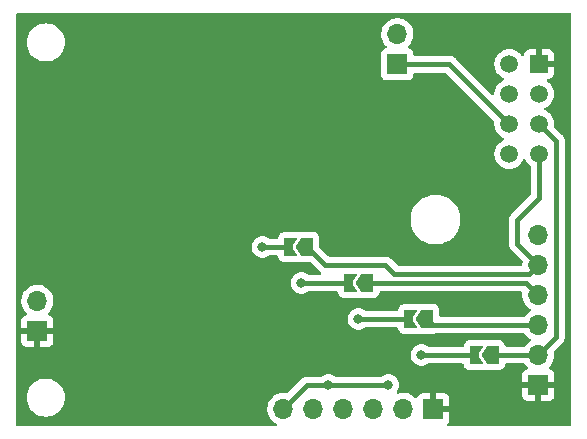
<source format=gbl>
%TF.GenerationSoftware,KiCad,Pcbnew,6.0.11*%
%TF.CreationDate,2024-08-04T21:37:39+01:00*%
%TF.ProjectId,ESPboard,45535062-6f61-4726-942e-6b696361645f,rev?*%
%TF.SameCoordinates,PX87a6900PY5d04800*%
%TF.FileFunction,Copper,L2,Bot*%
%TF.FilePolarity,Positive*%
%FSLAX46Y46*%
G04 Gerber Fmt 4.6, Leading zero omitted, Abs format (unit mm)*
G04 Created by KiCad (PCBNEW 6.0.11) date 2024-08-04 21:37:39*
%MOMM*%
%LPD*%
G01*
G04 APERTURE LIST*
G04 Aperture macros list*
%AMFreePoly0*
4,1,6,1.000000,0.000000,0.500000,-0.750000,-0.500000,-0.750000,-0.500000,0.750000,0.500000,0.750000,1.000000,0.000000,1.000000,0.000000,$1*%
%AMFreePoly1*
4,1,6,0.500000,-0.750000,-0.650000,-0.750000,-0.150000,0.000000,-0.650000,0.750000,0.500000,0.750000,0.500000,-0.750000,0.500000,-0.750000,$1*%
G04 Aperture macros list end*
%TA.AperFunction,ComponentPad*%
%ADD10R,1.500000X1.500000*%
%TD*%
%TA.AperFunction,ComponentPad*%
%ADD11C,1.500000*%
%TD*%
%TA.AperFunction,ComponentPad*%
%ADD12R,1.700000X1.700000*%
%TD*%
%TA.AperFunction,ComponentPad*%
%ADD13O,1.700000X1.700000*%
%TD*%
%TA.AperFunction,SMDPad,CuDef*%
%ADD14FreePoly0,180.000000*%
%TD*%
%TA.AperFunction,SMDPad,CuDef*%
%ADD15FreePoly1,180.000000*%
%TD*%
%TA.AperFunction,ViaPad*%
%ADD16C,0.800000*%
%TD*%
%TA.AperFunction,Conductor*%
%ADD17C,0.400000*%
%TD*%
G04 APERTURE END LIST*
D10*
X44776000Y-4826000D03*
D11*
X44776000Y-7366000D03*
X44776000Y-9906000D03*
X44776000Y-12446000D03*
X42236000Y-4826000D03*
X42236000Y-7366000D03*
X42236000Y-9906000D03*
X42236000Y-12446000D03*
D12*
X32766000Y-4844000D03*
D13*
X32766000Y-2304000D03*
D12*
X2286000Y-27432000D03*
D13*
X2286000Y-24892000D03*
D12*
X44704000Y-32004000D03*
D13*
X44704000Y-29464000D03*
X44704000Y-26924000D03*
X44704000Y-24384000D03*
X44704000Y-21844000D03*
X44704000Y-19304000D03*
D12*
X35814000Y-34036000D03*
D13*
X33274000Y-34036000D03*
X30734000Y-34036000D03*
X28194000Y-34036000D03*
X25654000Y-34036000D03*
X23114000Y-34036000D03*
D14*
X40857000Y-29464000D03*
D15*
X39407000Y-29464000D03*
D14*
X30226000Y-23368000D03*
D15*
X28776000Y-23368000D03*
D14*
X25146000Y-20320000D03*
D15*
X23696000Y-20320000D03*
D14*
X35306000Y-26416000D03*
D15*
X33856000Y-26416000D03*
D16*
X29972000Y-9906000D03*
X7112000Y-3302000D03*
X16510000Y-19939500D03*
X26924000Y-32004000D03*
X32004000Y-32004000D03*
X24638000Y-23368000D03*
X29464000Y-26416000D03*
X21336000Y-20320000D03*
X34798000Y-29464000D03*
D17*
X32766000Y-4844000D02*
X37174000Y-4844000D01*
X37174000Y-4844000D02*
X42236000Y-9906000D01*
X32004000Y-32004000D02*
X26924000Y-32004000D01*
X26924000Y-32004000D02*
X25146000Y-32004000D01*
X25146000Y-32004000D02*
X23114000Y-34036000D01*
X44704000Y-29464000D02*
X40857000Y-29464000D01*
X46228000Y-11358000D02*
X46228000Y-27940000D01*
X44776000Y-9906000D02*
X46228000Y-11358000D01*
X46228000Y-27940000D02*
X44704000Y-29464000D01*
X35814000Y-26924000D02*
X35306000Y-26416000D01*
X44704000Y-26924000D02*
X35814000Y-26924000D01*
X43688000Y-23368000D02*
X44704000Y-24384000D01*
X30226000Y-23368000D02*
X43688000Y-23368000D01*
X42926000Y-20066000D02*
X42926000Y-19050000D01*
X44704000Y-21844000D02*
X42926000Y-20066000D01*
X43942000Y-22606000D02*
X44704000Y-21844000D01*
X31750000Y-21844000D02*
X26670000Y-21844000D01*
X44776000Y-12446000D02*
X44776000Y-16184000D01*
X26670000Y-21844000D02*
X25146000Y-20320000D01*
X44776000Y-16184000D02*
X42926000Y-18034000D01*
X42926000Y-18034000D02*
X42926000Y-19050000D01*
X31750000Y-21844000D02*
X32512000Y-22606000D01*
X32512000Y-22606000D02*
X43942000Y-22606000D01*
X28776000Y-23368000D02*
X24638000Y-23368000D01*
X29464000Y-26416000D02*
X33856000Y-26416000D01*
X23696000Y-20320000D02*
X21336000Y-20320000D01*
X39407000Y-29464000D02*
X34798000Y-29464000D01*
%TA.AperFunction,Conductor*%
G36*
X47433621Y-528502D02*
G01*
X47480114Y-582158D01*
X47491500Y-634500D01*
X47491500Y-35365500D01*
X47471498Y-35433621D01*
X47417842Y-35480114D01*
X47365500Y-35491500D01*
X37081427Y-35491500D01*
X37013306Y-35471498D01*
X36966813Y-35417842D01*
X36956709Y-35347568D01*
X36986203Y-35282988D01*
X37005862Y-35264674D01*
X37019724Y-35254285D01*
X37032285Y-35241724D01*
X37108786Y-35139649D01*
X37117324Y-35124054D01*
X37162478Y-35003606D01*
X37166105Y-34988351D01*
X37171631Y-34937486D01*
X37172000Y-34930672D01*
X37172000Y-34308115D01*
X37167525Y-34292876D01*
X37166135Y-34291671D01*
X37158452Y-34290000D01*
X35686000Y-34290000D01*
X35617879Y-34269998D01*
X35571386Y-34216342D01*
X35560000Y-34164000D01*
X35560000Y-33763885D01*
X36068000Y-33763885D01*
X36072475Y-33779124D01*
X36073865Y-33780329D01*
X36081548Y-33782000D01*
X37153884Y-33782000D01*
X37169123Y-33777525D01*
X37170328Y-33776135D01*
X37171999Y-33768452D01*
X37171999Y-33141331D01*
X37171629Y-33134510D01*
X37166105Y-33083648D01*
X37162479Y-33068396D01*
X37117324Y-32947946D01*
X37108786Y-32932351D01*
X37083543Y-32898669D01*
X43346001Y-32898669D01*
X43346371Y-32905490D01*
X43351895Y-32956352D01*
X43355521Y-32971604D01*
X43400676Y-33092054D01*
X43409214Y-33107649D01*
X43485715Y-33209724D01*
X43498276Y-33222285D01*
X43600351Y-33298786D01*
X43615946Y-33307324D01*
X43736394Y-33352478D01*
X43751649Y-33356105D01*
X43802514Y-33361631D01*
X43809328Y-33362000D01*
X44431885Y-33362000D01*
X44447124Y-33357525D01*
X44448329Y-33356135D01*
X44450000Y-33348452D01*
X44450000Y-33343884D01*
X44958000Y-33343884D01*
X44962475Y-33359123D01*
X44963865Y-33360328D01*
X44971548Y-33361999D01*
X45598669Y-33361999D01*
X45605490Y-33361629D01*
X45656352Y-33356105D01*
X45671604Y-33352479D01*
X45792054Y-33307324D01*
X45807649Y-33298786D01*
X45909724Y-33222285D01*
X45922285Y-33209724D01*
X45998786Y-33107649D01*
X46007324Y-33092054D01*
X46052478Y-32971606D01*
X46056105Y-32956351D01*
X46061631Y-32905486D01*
X46062000Y-32898672D01*
X46062000Y-32276115D01*
X46057525Y-32260876D01*
X46056135Y-32259671D01*
X46048452Y-32258000D01*
X44976115Y-32258000D01*
X44960876Y-32262475D01*
X44959671Y-32263865D01*
X44958000Y-32271548D01*
X44958000Y-33343884D01*
X44450000Y-33343884D01*
X44450000Y-32276115D01*
X44445525Y-32260876D01*
X44444135Y-32259671D01*
X44436452Y-32258000D01*
X43364116Y-32258000D01*
X43348877Y-32262475D01*
X43347672Y-32263865D01*
X43346001Y-32271548D01*
X43346001Y-32898669D01*
X37083543Y-32898669D01*
X37032285Y-32830276D01*
X37019724Y-32817715D01*
X36917649Y-32741214D01*
X36902054Y-32732676D01*
X36781606Y-32687522D01*
X36766351Y-32683895D01*
X36715486Y-32678369D01*
X36708672Y-32678000D01*
X36086115Y-32678000D01*
X36070876Y-32682475D01*
X36069671Y-32683865D01*
X36068000Y-32691548D01*
X36068000Y-33763885D01*
X35560000Y-33763885D01*
X35560000Y-32696116D01*
X35555525Y-32680877D01*
X35554135Y-32679672D01*
X35546452Y-32678001D01*
X34919331Y-32678001D01*
X34912510Y-32678371D01*
X34861648Y-32683895D01*
X34846396Y-32687521D01*
X34725946Y-32732676D01*
X34710351Y-32741214D01*
X34608276Y-32817715D01*
X34595715Y-32830276D01*
X34519214Y-32932351D01*
X34510676Y-32947946D01*
X34469297Y-33058322D01*
X34426655Y-33115087D01*
X34360093Y-33139786D01*
X34290744Y-33124578D01*
X34258121Y-33098891D01*
X34207151Y-33042876D01*
X34207145Y-33042870D01*
X34203670Y-33039051D01*
X34199619Y-33035852D01*
X34199615Y-33035848D01*
X34032414Y-32903800D01*
X34032410Y-32903798D01*
X34028359Y-32900598D01*
X33990077Y-32879465D01*
X33883317Y-32820531D01*
X33832789Y-32792638D01*
X33827920Y-32790914D01*
X33827916Y-32790912D01*
X33627087Y-32719795D01*
X33627083Y-32719794D01*
X33622212Y-32718069D01*
X33617119Y-32717162D01*
X33617116Y-32717161D01*
X33407373Y-32679800D01*
X33407367Y-32679799D01*
X33402284Y-32678894D01*
X33328452Y-32677992D01*
X33184081Y-32676228D01*
X33184079Y-32676228D01*
X33178911Y-32676165D01*
X32958091Y-32709955D01*
X32943488Y-32714728D01*
X32883609Y-32734299D01*
X32812645Y-32736450D01*
X32751783Y-32699893D01*
X32720347Y-32636236D01*
X32728317Y-32565688D01*
X32740963Y-32543251D01*
X32743040Y-32540944D01*
X32838527Y-32375556D01*
X32897542Y-32193928D01*
X32917504Y-32004000D01*
X32897542Y-31814072D01*
X32838527Y-31632444D01*
X32743040Y-31467056D01*
X32736411Y-31459693D01*
X32619675Y-31330045D01*
X32619674Y-31330044D01*
X32615253Y-31325134D01*
X32460752Y-31212882D01*
X32454724Y-31210198D01*
X32454722Y-31210197D01*
X32292319Y-31137891D01*
X32292318Y-31137891D01*
X32286288Y-31135206D01*
X32192888Y-31115353D01*
X32105944Y-31096872D01*
X32105939Y-31096872D01*
X32099487Y-31095500D01*
X31908513Y-31095500D01*
X31902061Y-31096872D01*
X31902056Y-31096872D01*
X31815112Y-31115353D01*
X31721712Y-31135206D01*
X31715682Y-31137891D01*
X31715681Y-31137891D01*
X31553278Y-31210197D01*
X31553276Y-31210198D01*
X31547248Y-31212882D01*
X31541907Y-31216762D01*
X31541906Y-31216763D01*
X31466656Y-31271436D01*
X31399789Y-31295294D01*
X31392595Y-31295500D01*
X27535405Y-31295500D01*
X27467284Y-31275498D01*
X27461344Y-31271436D01*
X27386094Y-31216763D01*
X27386093Y-31216762D01*
X27380752Y-31212882D01*
X27374724Y-31210198D01*
X27374722Y-31210197D01*
X27212319Y-31137891D01*
X27212318Y-31137891D01*
X27206288Y-31135206D01*
X27112888Y-31115353D01*
X27025944Y-31096872D01*
X27025939Y-31096872D01*
X27019487Y-31095500D01*
X26828513Y-31095500D01*
X26822061Y-31096872D01*
X26822056Y-31096872D01*
X26735112Y-31115353D01*
X26641712Y-31135206D01*
X26635682Y-31137891D01*
X26635681Y-31137891D01*
X26473278Y-31210197D01*
X26473276Y-31210198D01*
X26467248Y-31212882D01*
X26461907Y-31216762D01*
X26461906Y-31216763D01*
X26386656Y-31271436D01*
X26319789Y-31295294D01*
X26312595Y-31295500D01*
X25174912Y-31295500D01*
X25166342Y-31295208D01*
X25116224Y-31291791D01*
X25116220Y-31291791D01*
X25108648Y-31291275D01*
X25101171Y-31292580D01*
X25101170Y-31292580D01*
X25074692Y-31297201D01*
X25045697Y-31302262D01*
X25039179Y-31303223D01*
X24975758Y-31310898D01*
X24968657Y-31313581D01*
X24966048Y-31314222D01*
X24949738Y-31318685D01*
X24947202Y-31319450D01*
X24939716Y-31320757D01*
X24932759Y-31323811D01*
X24881205Y-31346442D01*
X24875101Y-31348933D01*
X24815344Y-31371513D01*
X24809081Y-31375817D01*
X24806715Y-31377054D01*
X24791903Y-31385299D01*
X24789649Y-31386632D01*
X24782695Y-31389685D01*
X24731998Y-31428587D01*
X24726668Y-31432459D01*
X24680280Y-31464339D01*
X24680275Y-31464344D01*
X24674019Y-31468643D01*
X24668968Y-31474313D01*
X24668966Y-31474314D01*
X24632565Y-31515170D01*
X24627584Y-31520446D01*
X23481316Y-32666714D01*
X23419004Y-32700740D01*
X23370125Y-32701666D01*
X23247373Y-32679800D01*
X23247367Y-32679799D01*
X23242284Y-32678894D01*
X23168452Y-32677992D01*
X23024081Y-32676228D01*
X23024079Y-32676228D01*
X23018911Y-32676165D01*
X22798091Y-32709955D01*
X22585756Y-32779357D01*
X22555443Y-32795137D01*
X22393451Y-32879465D01*
X22387607Y-32882507D01*
X22383474Y-32885610D01*
X22383471Y-32885612D01*
X22268938Y-32971606D01*
X22208965Y-33016635D01*
X22054629Y-33178138D01*
X21928743Y-33362680D01*
X21834688Y-33565305D01*
X21774989Y-33780570D01*
X21751251Y-34002695D01*
X21751548Y-34007848D01*
X21751548Y-34007851D01*
X21753171Y-34036000D01*
X21764110Y-34225715D01*
X21765247Y-34230761D01*
X21765248Y-34230767D01*
X21782680Y-34308115D01*
X21813222Y-34443639D01*
X21897266Y-34650616D01*
X21948942Y-34734944D01*
X22011291Y-34836688D01*
X22013987Y-34841088D01*
X22160250Y-35009938D01*
X22332126Y-35152632D01*
X22419847Y-35203892D01*
X22510238Y-35256712D01*
X22558962Y-35308351D01*
X22572033Y-35378134D01*
X22545302Y-35443905D01*
X22487255Y-35484784D01*
X22446668Y-35491500D01*
X634500Y-35491500D01*
X566379Y-35471498D01*
X519886Y-35417842D01*
X508500Y-35365500D01*
X508500Y-33068000D01*
X1386526Y-33068000D01*
X1406391Y-33320403D01*
X1407545Y-33325210D01*
X1407546Y-33325216D01*
X1423541Y-33391840D01*
X1465495Y-33566591D01*
X1467388Y-33571162D01*
X1467389Y-33571164D01*
X1556256Y-33785707D01*
X1562384Y-33800502D01*
X1694672Y-34016376D01*
X1859102Y-34208898D01*
X2051624Y-34373328D01*
X2267498Y-34505616D01*
X2272068Y-34507509D01*
X2272072Y-34507511D01*
X2496836Y-34600611D01*
X2501409Y-34602505D01*
X2586032Y-34622821D01*
X2742784Y-34660454D01*
X2742790Y-34660455D01*
X2747597Y-34661609D01*
X2847416Y-34669465D01*
X2934345Y-34676307D01*
X2934352Y-34676307D01*
X2936801Y-34676500D01*
X3063199Y-34676500D01*
X3065648Y-34676307D01*
X3065655Y-34676307D01*
X3152584Y-34669465D01*
X3252403Y-34661609D01*
X3257210Y-34660455D01*
X3257216Y-34660454D01*
X3413968Y-34622821D01*
X3498591Y-34602505D01*
X3503164Y-34600611D01*
X3727928Y-34507511D01*
X3727932Y-34507509D01*
X3732502Y-34505616D01*
X3948376Y-34373328D01*
X4140898Y-34208898D01*
X4305328Y-34016376D01*
X4437616Y-33800502D01*
X4443745Y-33785707D01*
X4532611Y-33571164D01*
X4532612Y-33571162D01*
X4534505Y-33566591D01*
X4576459Y-33391840D01*
X4592454Y-33325216D01*
X4592455Y-33325210D01*
X4593609Y-33320403D01*
X4613474Y-33068000D01*
X4593609Y-32815597D01*
X4591916Y-32808542D01*
X4535660Y-32574221D01*
X4534505Y-32569409D01*
X4532611Y-32564836D01*
X4439511Y-32340072D01*
X4439509Y-32340068D01*
X4437616Y-32335498D01*
X4305328Y-32119624D01*
X4140898Y-31927102D01*
X3948376Y-31762672D01*
X3732502Y-31630384D01*
X3727932Y-31628491D01*
X3727928Y-31628489D01*
X3503164Y-31535389D01*
X3503162Y-31535388D01*
X3498591Y-31533495D01*
X3413968Y-31513179D01*
X3257216Y-31475546D01*
X3257210Y-31475545D01*
X3252403Y-31474391D01*
X3152584Y-31466535D01*
X3065655Y-31459693D01*
X3065648Y-31459693D01*
X3063199Y-31459500D01*
X2936801Y-31459500D01*
X2934352Y-31459693D01*
X2934345Y-31459693D01*
X2847416Y-31466535D01*
X2747597Y-31474391D01*
X2742790Y-31475545D01*
X2742784Y-31475546D01*
X2586032Y-31513179D01*
X2501409Y-31533495D01*
X2496838Y-31535388D01*
X2496836Y-31535389D01*
X2272072Y-31628489D01*
X2272068Y-31628491D01*
X2267498Y-31630384D01*
X2051624Y-31762672D01*
X1859102Y-31927102D01*
X1694672Y-32119624D01*
X1562384Y-32335498D01*
X1560491Y-32340068D01*
X1560489Y-32340072D01*
X1467389Y-32564836D01*
X1465495Y-32569409D01*
X1464340Y-32574221D01*
X1408085Y-32808542D01*
X1406391Y-32815597D01*
X1386526Y-33068000D01*
X508500Y-33068000D01*
X508500Y-28326669D01*
X928001Y-28326669D01*
X928371Y-28333490D01*
X933895Y-28384352D01*
X937521Y-28399604D01*
X982676Y-28520054D01*
X991214Y-28535649D01*
X1067715Y-28637724D01*
X1080276Y-28650285D01*
X1182351Y-28726786D01*
X1197946Y-28735324D01*
X1318394Y-28780478D01*
X1333649Y-28784105D01*
X1384514Y-28789631D01*
X1391328Y-28790000D01*
X2013885Y-28790000D01*
X2029124Y-28785525D01*
X2030329Y-28784135D01*
X2032000Y-28776452D01*
X2032000Y-28771884D01*
X2540000Y-28771884D01*
X2544475Y-28787123D01*
X2545865Y-28788328D01*
X2553548Y-28789999D01*
X3180669Y-28789999D01*
X3187490Y-28789629D01*
X3238352Y-28784105D01*
X3253604Y-28780479D01*
X3374054Y-28735324D01*
X3389649Y-28726786D01*
X3491724Y-28650285D01*
X3504285Y-28637724D01*
X3580786Y-28535649D01*
X3589324Y-28520054D01*
X3634478Y-28399606D01*
X3638105Y-28384351D01*
X3643631Y-28333486D01*
X3644000Y-28326672D01*
X3644000Y-27704115D01*
X3639525Y-27688876D01*
X3638135Y-27687671D01*
X3630452Y-27686000D01*
X2558115Y-27686000D01*
X2542876Y-27690475D01*
X2541671Y-27691865D01*
X2540000Y-27699548D01*
X2540000Y-28771884D01*
X2032000Y-28771884D01*
X2032000Y-27704115D01*
X2027525Y-27688876D01*
X2026135Y-27687671D01*
X2018452Y-27686000D01*
X946116Y-27686000D01*
X930877Y-27690475D01*
X929672Y-27691865D01*
X928001Y-27699548D01*
X928001Y-28326669D01*
X508500Y-28326669D01*
X508500Y-24858695D01*
X923251Y-24858695D01*
X923548Y-24863848D01*
X923548Y-24863851D01*
X935812Y-25076547D01*
X936110Y-25081715D01*
X937247Y-25086761D01*
X937248Y-25086767D01*
X959392Y-25185023D01*
X985222Y-25299639D01*
X1069266Y-25506616D01*
X1071965Y-25511020D01*
X1165719Y-25664013D01*
X1185987Y-25697088D01*
X1332250Y-25865938D01*
X1336225Y-25869238D01*
X1336231Y-25869244D01*
X1341425Y-25873556D01*
X1381059Y-25932460D01*
X1382555Y-26003441D01*
X1345439Y-26063962D01*
X1305168Y-26088480D01*
X1197946Y-26128676D01*
X1182351Y-26137214D01*
X1080276Y-26213715D01*
X1067715Y-26226276D01*
X991214Y-26328351D01*
X982676Y-26343946D01*
X937522Y-26464394D01*
X933895Y-26479649D01*
X928369Y-26530514D01*
X928000Y-26537328D01*
X928000Y-27159885D01*
X932475Y-27175124D01*
X933865Y-27176329D01*
X941548Y-27178000D01*
X3625884Y-27178000D01*
X3641123Y-27173525D01*
X3642328Y-27172135D01*
X3643999Y-27164452D01*
X3643999Y-26537331D01*
X3643629Y-26530510D01*
X3638105Y-26479648D01*
X3634479Y-26464396D01*
X3589324Y-26343946D01*
X3580786Y-26328351D01*
X3504285Y-26226276D01*
X3491724Y-26213715D01*
X3389649Y-26137214D01*
X3374054Y-26128676D01*
X3263813Y-26087348D01*
X3207049Y-26044706D01*
X3182349Y-25978145D01*
X3197557Y-25908796D01*
X3219104Y-25880115D01*
X3320430Y-25779144D01*
X3320440Y-25779132D01*
X3324096Y-25775489D01*
X3383594Y-25692689D01*
X3451435Y-25598277D01*
X3454453Y-25594077D01*
X3473818Y-25554896D01*
X3551136Y-25398453D01*
X3551137Y-25398451D01*
X3553430Y-25393811D01*
X3602038Y-25233824D01*
X3616865Y-25185023D01*
X3616865Y-25185021D01*
X3618370Y-25180069D01*
X3647529Y-24958590D01*
X3649156Y-24892000D01*
X3630852Y-24669361D01*
X3576431Y-24452702D01*
X3487354Y-24247840D01*
X3379811Y-24081604D01*
X3368822Y-24064617D01*
X3368820Y-24064614D01*
X3366014Y-24060277D01*
X3215670Y-23895051D01*
X3211619Y-23891852D01*
X3211615Y-23891848D01*
X3044414Y-23759800D01*
X3044410Y-23759798D01*
X3040359Y-23756598D01*
X2844789Y-23648638D01*
X2839920Y-23646914D01*
X2839916Y-23646912D01*
X2639087Y-23575795D01*
X2639083Y-23575794D01*
X2634212Y-23574069D01*
X2629119Y-23573162D01*
X2629116Y-23573161D01*
X2419373Y-23535800D01*
X2419367Y-23535799D01*
X2414284Y-23534894D01*
X2340452Y-23533992D01*
X2196081Y-23532228D01*
X2196079Y-23532228D01*
X2190911Y-23532165D01*
X1970091Y-23565955D01*
X1757756Y-23635357D01*
X1559607Y-23738507D01*
X1555474Y-23741610D01*
X1555471Y-23741612D01*
X1531247Y-23759800D01*
X1380965Y-23872635D01*
X1226629Y-24034138D01*
X1223715Y-24038410D01*
X1223714Y-24038411D01*
X1197591Y-24076706D01*
X1100743Y-24218680D01*
X1085003Y-24252590D01*
X1037071Y-24355851D01*
X1006688Y-24421305D01*
X946989Y-24636570D01*
X923251Y-24858695D01*
X508500Y-24858695D01*
X508500Y-20320000D01*
X20422496Y-20320000D01*
X20423186Y-20326565D01*
X20439312Y-20479991D01*
X20442458Y-20509928D01*
X20501473Y-20691556D01*
X20596960Y-20856944D01*
X20724747Y-20998866D01*
X20765535Y-21028500D01*
X20866916Y-21102158D01*
X20879248Y-21111118D01*
X20885276Y-21113802D01*
X20885278Y-21113803D01*
X21047681Y-21186109D01*
X21053712Y-21188794D01*
X21147113Y-21208647D01*
X21234056Y-21227128D01*
X21234061Y-21227128D01*
X21240513Y-21228500D01*
X21431487Y-21228500D01*
X21437939Y-21227128D01*
X21437944Y-21227128D01*
X21524887Y-21208647D01*
X21618288Y-21188794D01*
X21624319Y-21186109D01*
X21786722Y-21113803D01*
X21786724Y-21113802D01*
X21792752Y-21111118D01*
X21805085Y-21102158D01*
X21873344Y-21052564D01*
X21940211Y-21028706D01*
X21947405Y-21028500D01*
X22562254Y-21028500D01*
X22630375Y-21048502D01*
X22676868Y-21102158D01*
X22686252Y-21132127D01*
X22687018Y-21136372D01*
X22687500Y-21143111D01*
X22728696Y-21283411D01*
X22748107Y-21313615D01*
X22802878Y-21398841D01*
X22802880Y-21398844D01*
X22807750Y-21406421D01*
X22814560Y-21412322D01*
X22911445Y-21496274D01*
X22911448Y-21496276D01*
X22918257Y-21502176D01*
X23051266Y-21562919D01*
X23060189Y-21564202D01*
X23076100Y-21566490D01*
X23196000Y-21583729D01*
X24346000Y-21583729D01*
X24348514Y-21583528D01*
X24420647Y-21577760D01*
X24420650Y-21577759D01*
X24427645Y-21577200D01*
X24434343Y-21575110D01*
X24434345Y-21575110D01*
X24454981Y-21568672D01*
X24510438Y-21564238D01*
X24568214Y-21572545D01*
X24646000Y-21583729D01*
X25355568Y-21583729D01*
X25423689Y-21603731D01*
X25444663Y-21620634D01*
X26148557Y-22324528D01*
X26154411Y-22330793D01*
X26192439Y-22374385D01*
X26244729Y-22411136D01*
X26249995Y-22415047D01*
X26274608Y-22434346D01*
X26315873Y-22492119D01*
X26319353Y-22563031D01*
X26283942Y-22624566D01*
X26220884Y-22657189D01*
X26196862Y-22659500D01*
X25249405Y-22659500D01*
X25181284Y-22639498D01*
X25175344Y-22635436D01*
X25100094Y-22580763D01*
X25100093Y-22580762D01*
X25094752Y-22576882D01*
X25088724Y-22574198D01*
X25088722Y-22574197D01*
X24926319Y-22501891D01*
X24926318Y-22501891D01*
X24920288Y-22499206D01*
X24826888Y-22479353D01*
X24739944Y-22460872D01*
X24739939Y-22460872D01*
X24733487Y-22459500D01*
X24542513Y-22459500D01*
X24536061Y-22460872D01*
X24536056Y-22460872D01*
X24449112Y-22479353D01*
X24355712Y-22499206D01*
X24349682Y-22501891D01*
X24349681Y-22501891D01*
X24187278Y-22574197D01*
X24187276Y-22574198D01*
X24181248Y-22576882D01*
X24026747Y-22689134D01*
X23898960Y-22831056D01*
X23803473Y-22996444D01*
X23744458Y-23178072D01*
X23743768Y-23184633D01*
X23743768Y-23184635D01*
X23731970Y-23296885D01*
X23724496Y-23368000D01*
X23725186Y-23374565D01*
X23741833Y-23532948D01*
X23744458Y-23557928D01*
X23803473Y-23739556D01*
X23806776Y-23745278D01*
X23806777Y-23745279D01*
X23813312Y-23756598D01*
X23898960Y-23904944D01*
X24026747Y-24046866D01*
X24039948Y-24056457D01*
X24168916Y-24150158D01*
X24181248Y-24159118D01*
X24187276Y-24161802D01*
X24187278Y-24161803D01*
X24305416Y-24214401D01*
X24355712Y-24236794D01*
X24449113Y-24256647D01*
X24536056Y-24275128D01*
X24536061Y-24275128D01*
X24542513Y-24276500D01*
X24733487Y-24276500D01*
X24739939Y-24275128D01*
X24739944Y-24275128D01*
X24826887Y-24256647D01*
X24920288Y-24236794D01*
X24970584Y-24214401D01*
X25088722Y-24161803D01*
X25088724Y-24161802D01*
X25094752Y-24159118D01*
X25107085Y-24150158D01*
X25175344Y-24100564D01*
X25242211Y-24076706D01*
X25249405Y-24076500D01*
X27642254Y-24076500D01*
X27710375Y-24096502D01*
X27756868Y-24150158D01*
X27766252Y-24180127D01*
X27767018Y-24184372D01*
X27767500Y-24191111D01*
X27808696Y-24331411D01*
X27821089Y-24350695D01*
X27882878Y-24446841D01*
X27882880Y-24446844D01*
X27887750Y-24454421D01*
X27894560Y-24460322D01*
X27991445Y-24544274D01*
X27991448Y-24544276D01*
X27998257Y-24550176D01*
X28131266Y-24610919D01*
X28140189Y-24612202D01*
X28156100Y-24614490D01*
X28276000Y-24631729D01*
X29426000Y-24631729D01*
X29428514Y-24631528D01*
X29500647Y-24625760D01*
X29500650Y-24625759D01*
X29507645Y-24625200D01*
X29514343Y-24623110D01*
X29514345Y-24623110D01*
X29534981Y-24616672D01*
X29590438Y-24612238D01*
X29648214Y-24620545D01*
X29726000Y-24631729D01*
X30726000Y-24631729D01*
X30757986Y-24629441D01*
X30792373Y-24626982D01*
X30792374Y-24626982D01*
X30799111Y-24626500D01*
X30878618Y-24603155D01*
X30930765Y-24587843D01*
X30930767Y-24587842D01*
X30939411Y-24585304D01*
X31003255Y-24544274D01*
X31054841Y-24511122D01*
X31054844Y-24511120D01*
X31062421Y-24506250D01*
X31112935Y-24447954D01*
X31152274Y-24402555D01*
X31152276Y-24402552D01*
X31158176Y-24395743D01*
X31218919Y-24262734D01*
X31220378Y-24252590D01*
X31230158Y-24184568D01*
X31259651Y-24119987D01*
X31319377Y-24081604D01*
X31354875Y-24076500D01*
X43230370Y-24076500D01*
X43298491Y-24096502D01*
X43344984Y-24150158D01*
X43355657Y-24215889D01*
X43352243Y-24247840D01*
X43341251Y-24350695D01*
X43341548Y-24355848D01*
X43341548Y-24355851D01*
X43347232Y-24454421D01*
X43354110Y-24573715D01*
X43355247Y-24578761D01*
X43355248Y-24578767D01*
X43367139Y-24631528D01*
X43403222Y-24791639D01*
X43464673Y-24942976D01*
X43472361Y-24961908D01*
X43487266Y-24998616D01*
X43489965Y-25003020D01*
X43595317Y-25174939D01*
X43603987Y-25189088D01*
X43750250Y-25357938D01*
X43922126Y-25500632D01*
X43939903Y-25511020D01*
X43995445Y-25543476D01*
X44044169Y-25595114D01*
X44057240Y-25664897D01*
X44030509Y-25730669D01*
X43990055Y-25764027D01*
X43977607Y-25770507D01*
X43973474Y-25773610D01*
X43973471Y-25773612D01*
X43825417Y-25884774D01*
X43798965Y-25904635D01*
X43644629Y-26066138D01*
X43641715Y-26070410D01*
X43641714Y-26070411D01*
X43580257Y-26160504D01*
X43525346Y-26205507D01*
X43476169Y-26215500D01*
X36445729Y-26215500D01*
X36377608Y-26195498D01*
X36331115Y-26141842D01*
X36319729Y-26089500D01*
X36319729Y-25666000D01*
X36314500Y-25592889D01*
X36286440Y-25497327D01*
X36275843Y-25461235D01*
X36275842Y-25461233D01*
X36273304Y-25452589D01*
X36231960Y-25388257D01*
X36199122Y-25337159D01*
X36199120Y-25337156D01*
X36194250Y-25329579D01*
X36165221Y-25304425D01*
X36090555Y-25239726D01*
X36090552Y-25239724D01*
X36083743Y-25233824D01*
X35950734Y-25173081D01*
X35806000Y-25152271D01*
X34806000Y-25152271D01*
X34804036Y-25152395D01*
X34804032Y-25152395D01*
X34747920Y-25155934D01*
X34747916Y-25155935D01*
X34741443Y-25156343D01*
X34695768Y-25168925D01*
X34644376Y-25172167D01*
X34506000Y-25152271D01*
X33356000Y-25152271D01*
X33347024Y-25152913D01*
X33289627Y-25157018D01*
X33289626Y-25157018D01*
X33282889Y-25157500D01*
X33212300Y-25178227D01*
X33151235Y-25196157D01*
X33151233Y-25196158D01*
X33142589Y-25198696D01*
X33135010Y-25203567D01*
X33027159Y-25272878D01*
X33027156Y-25272880D01*
X33019579Y-25277750D01*
X33013678Y-25284560D01*
X32929726Y-25381445D01*
X32929724Y-25381448D01*
X32923824Y-25388257D01*
X32863081Y-25521266D01*
X32861798Y-25530189D01*
X32851842Y-25599432D01*
X32822349Y-25664013D01*
X32762623Y-25702396D01*
X32727125Y-25707500D01*
X30075405Y-25707500D01*
X30007284Y-25687498D01*
X30001344Y-25683436D01*
X29926094Y-25628763D01*
X29926093Y-25628762D01*
X29920752Y-25624882D01*
X29914724Y-25622198D01*
X29914722Y-25622197D01*
X29752319Y-25549891D01*
X29752318Y-25549891D01*
X29746288Y-25547206D01*
X29624251Y-25521266D01*
X29565944Y-25508872D01*
X29565939Y-25508872D01*
X29559487Y-25507500D01*
X29368513Y-25507500D01*
X29362061Y-25508872D01*
X29362056Y-25508872D01*
X29303749Y-25521266D01*
X29181712Y-25547206D01*
X29175682Y-25549891D01*
X29175681Y-25549891D01*
X29013278Y-25622197D01*
X29013276Y-25622198D01*
X29007248Y-25624882D01*
X29001907Y-25628762D01*
X29001906Y-25628763D01*
X28964697Y-25655797D01*
X28852747Y-25737134D01*
X28724960Y-25879056D01*
X28629473Y-26044444D01*
X28570458Y-26226072D01*
X28569768Y-26232633D01*
X28569768Y-26232635D01*
X28559708Y-26328351D01*
X28550496Y-26416000D01*
X28570458Y-26605928D01*
X28629473Y-26787556D01*
X28724960Y-26952944D01*
X28852747Y-27094866D01*
X28893535Y-27124500D01*
X28994916Y-27198158D01*
X29007248Y-27207118D01*
X29013276Y-27209802D01*
X29013278Y-27209803D01*
X29175681Y-27282109D01*
X29181712Y-27284794D01*
X29275112Y-27304647D01*
X29362056Y-27323128D01*
X29362061Y-27323128D01*
X29368513Y-27324500D01*
X29559487Y-27324500D01*
X29565939Y-27323128D01*
X29565944Y-27323128D01*
X29652888Y-27304647D01*
X29746288Y-27284794D01*
X29752319Y-27282109D01*
X29914722Y-27209803D01*
X29914724Y-27209802D01*
X29920752Y-27207118D01*
X29933085Y-27198158D01*
X30001344Y-27148564D01*
X30068211Y-27124706D01*
X30075405Y-27124500D01*
X32722254Y-27124500D01*
X32790375Y-27144502D01*
X32836868Y-27198158D01*
X32846252Y-27228127D01*
X32847018Y-27232372D01*
X32847500Y-27239111D01*
X32888696Y-27379411D01*
X32893567Y-27386990D01*
X32962878Y-27494841D01*
X32962880Y-27494844D01*
X32967750Y-27502421D01*
X32974560Y-27508322D01*
X33071445Y-27592274D01*
X33071448Y-27592276D01*
X33078257Y-27598176D01*
X33211266Y-27658919D01*
X33220189Y-27660202D01*
X33236100Y-27662490D01*
X33356000Y-27679729D01*
X34506000Y-27679729D01*
X34508514Y-27679528D01*
X34580647Y-27673760D01*
X34580650Y-27673759D01*
X34587645Y-27673200D01*
X34594343Y-27671110D01*
X34594345Y-27671110D01*
X34614981Y-27664672D01*
X34670438Y-27660238D01*
X34728214Y-27668545D01*
X34806000Y-27679729D01*
X35806000Y-27679729D01*
X35837986Y-27677441D01*
X35872373Y-27674982D01*
X35872374Y-27674982D01*
X35879111Y-27674500D01*
X36004766Y-27637604D01*
X36040265Y-27632500D01*
X43474234Y-27632500D01*
X43542355Y-27652502D01*
X43581667Y-27692665D01*
X43603987Y-27729088D01*
X43750250Y-27897938D01*
X43922126Y-28040632D01*
X43934090Y-28047623D01*
X43995445Y-28083476D01*
X44044169Y-28135114D01*
X44057240Y-28204897D01*
X44030509Y-28270669D01*
X43990055Y-28304027D01*
X43977607Y-28310507D01*
X43973474Y-28313610D01*
X43973471Y-28313612D01*
X43819196Y-28429445D01*
X43798965Y-28444635D01*
X43644629Y-28606138D01*
X43641715Y-28610410D01*
X43641714Y-28610411D01*
X43580257Y-28700504D01*
X43525346Y-28745507D01*
X43476169Y-28755500D01*
X41990746Y-28755500D01*
X41922625Y-28735498D01*
X41876132Y-28681842D01*
X41866748Y-28651873D01*
X41865982Y-28647628D01*
X41865500Y-28640889D01*
X41834599Y-28535649D01*
X41826843Y-28509235D01*
X41826842Y-28509233D01*
X41824304Y-28500589D01*
X41790747Y-28448373D01*
X41750122Y-28385159D01*
X41750120Y-28385156D01*
X41745250Y-28377579D01*
X41731079Y-28365300D01*
X41641555Y-28287726D01*
X41641552Y-28287724D01*
X41634743Y-28281824D01*
X41624752Y-28277261D01*
X41557823Y-28246696D01*
X41501734Y-28221081D01*
X41357000Y-28200271D01*
X40357000Y-28200271D01*
X40355036Y-28200395D01*
X40355032Y-28200395D01*
X40298920Y-28203934D01*
X40298916Y-28203935D01*
X40292443Y-28204343D01*
X40246768Y-28216925D01*
X40195376Y-28220167D01*
X40057000Y-28200271D01*
X38907000Y-28200271D01*
X38898024Y-28200913D01*
X38840627Y-28205018D01*
X38840626Y-28205018D01*
X38833889Y-28205500D01*
X38763300Y-28226227D01*
X38702235Y-28244157D01*
X38702233Y-28244158D01*
X38693589Y-28246696D01*
X38686010Y-28251567D01*
X38578159Y-28320878D01*
X38578156Y-28320880D01*
X38570579Y-28325750D01*
X38564678Y-28332560D01*
X38480726Y-28429445D01*
X38480724Y-28429448D01*
X38474824Y-28436257D01*
X38471080Y-28444454D01*
X38471080Y-28444455D01*
X38463322Y-28461443D01*
X38414081Y-28569266D01*
X38412798Y-28578189D01*
X38402842Y-28647432D01*
X38373349Y-28712013D01*
X38313623Y-28750396D01*
X38278125Y-28755500D01*
X35409405Y-28755500D01*
X35341284Y-28735498D01*
X35335344Y-28731436D01*
X35260094Y-28676763D01*
X35260093Y-28676762D01*
X35254752Y-28672882D01*
X35248724Y-28670198D01*
X35248722Y-28670197D01*
X35086319Y-28597891D01*
X35086318Y-28597891D01*
X35080288Y-28595206D01*
X34958251Y-28569266D01*
X34899944Y-28556872D01*
X34899939Y-28556872D01*
X34893487Y-28555500D01*
X34702513Y-28555500D01*
X34696061Y-28556872D01*
X34696056Y-28556872D01*
X34637749Y-28569266D01*
X34515712Y-28595206D01*
X34509682Y-28597891D01*
X34509681Y-28597891D01*
X34347278Y-28670197D01*
X34347276Y-28670198D01*
X34341248Y-28672882D01*
X34335907Y-28676762D01*
X34335906Y-28676763D01*
X34303230Y-28700504D01*
X34186747Y-28785134D01*
X34058960Y-28927056D01*
X33963473Y-29092444D01*
X33904458Y-29274072D01*
X33884496Y-29464000D01*
X33885186Y-29470565D01*
X33891844Y-29533908D01*
X33904458Y-29653928D01*
X33963473Y-29835556D01*
X34058960Y-30000944D01*
X34186747Y-30142866D01*
X34212309Y-30161438D01*
X34328916Y-30246158D01*
X34341248Y-30255118D01*
X34347276Y-30257802D01*
X34347278Y-30257803D01*
X34509681Y-30330109D01*
X34515712Y-30332794D01*
X34609112Y-30352647D01*
X34696056Y-30371128D01*
X34696061Y-30371128D01*
X34702513Y-30372500D01*
X34893487Y-30372500D01*
X34899939Y-30371128D01*
X34899944Y-30371128D01*
X34986888Y-30352647D01*
X35080288Y-30332794D01*
X35086319Y-30330109D01*
X35248722Y-30257803D01*
X35248724Y-30257802D01*
X35254752Y-30255118D01*
X35267085Y-30246158D01*
X35335344Y-30196564D01*
X35402211Y-30172706D01*
X35409405Y-30172500D01*
X38273254Y-30172500D01*
X38341375Y-30192502D01*
X38387868Y-30246158D01*
X38397252Y-30276127D01*
X38398018Y-30280372D01*
X38398500Y-30287111D01*
X38439696Y-30427411D01*
X38448586Y-30441244D01*
X38513878Y-30542841D01*
X38513880Y-30542844D01*
X38518750Y-30550421D01*
X38525560Y-30556322D01*
X38622445Y-30640274D01*
X38622448Y-30640276D01*
X38629257Y-30646176D01*
X38762266Y-30706919D01*
X38771189Y-30708202D01*
X38778228Y-30709214D01*
X38907000Y-30727729D01*
X40057000Y-30727729D01*
X40059514Y-30727528D01*
X40131647Y-30721760D01*
X40131650Y-30721759D01*
X40138645Y-30721200D01*
X40145343Y-30719110D01*
X40145345Y-30719110D01*
X40165981Y-30712672D01*
X40221438Y-30708238D01*
X40279214Y-30716545D01*
X40357000Y-30727729D01*
X41357000Y-30727729D01*
X41388986Y-30725441D01*
X41423373Y-30722982D01*
X41423374Y-30722982D01*
X41430111Y-30722500D01*
X41509618Y-30699155D01*
X41561765Y-30683843D01*
X41561767Y-30683842D01*
X41570411Y-30681304D01*
X41634255Y-30640274D01*
X41685841Y-30607122D01*
X41685844Y-30607120D01*
X41693421Y-30602250D01*
X41738331Y-30550421D01*
X41783274Y-30498555D01*
X41783276Y-30498552D01*
X41789176Y-30491743D01*
X41849919Y-30358734D01*
X41861158Y-30280568D01*
X41890651Y-30215987D01*
X41950377Y-30177604D01*
X41985875Y-30172500D01*
X43474234Y-30172500D01*
X43542355Y-30192502D01*
X43581667Y-30232665D01*
X43603987Y-30269088D01*
X43750250Y-30437938D01*
X43754225Y-30441238D01*
X43754231Y-30441244D01*
X43759425Y-30445556D01*
X43799059Y-30504460D01*
X43800555Y-30575441D01*
X43763439Y-30635962D01*
X43723168Y-30660480D01*
X43615946Y-30700676D01*
X43600351Y-30709214D01*
X43498276Y-30785715D01*
X43485715Y-30798276D01*
X43409214Y-30900351D01*
X43400676Y-30915946D01*
X43355522Y-31036394D01*
X43351895Y-31051649D01*
X43346369Y-31102514D01*
X43346000Y-31109328D01*
X43346000Y-31731885D01*
X43350475Y-31747124D01*
X43351865Y-31748329D01*
X43359548Y-31750000D01*
X46043884Y-31750000D01*
X46059123Y-31745525D01*
X46060328Y-31744135D01*
X46061999Y-31736452D01*
X46061999Y-31109331D01*
X46061629Y-31102510D01*
X46056105Y-31051648D01*
X46052479Y-31036396D01*
X46007324Y-30915946D01*
X45998786Y-30900351D01*
X45922285Y-30798276D01*
X45909724Y-30785715D01*
X45807649Y-30709214D01*
X45792054Y-30700676D01*
X45681813Y-30659348D01*
X45625049Y-30616706D01*
X45600349Y-30550145D01*
X45615557Y-30480796D01*
X45637104Y-30452115D01*
X45738430Y-30351144D01*
X45738440Y-30351132D01*
X45742096Y-30347489D01*
X45751670Y-30334166D01*
X45869435Y-30170277D01*
X45872453Y-30166077D01*
X45882006Y-30146749D01*
X45969136Y-29970453D01*
X45969137Y-29970451D01*
X45971430Y-29965811D01*
X46036370Y-29752069D01*
X46065529Y-29530590D01*
X46067156Y-29464000D01*
X46048852Y-29241361D01*
X46042114Y-29214534D01*
X46044920Y-29143593D01*
X46075224Y-29094747D01*
X46708528Y-28461443D01*
X46714793Y-28455589D01*
X46752664Y-28422552D01*
X46752665Y-28422551D01*
X46758385Y-28417561D01*
X46795136Y-28365271D01*
X46799028Y-28360029D01*
X46838476Y-28309718D01*
X46841600Y-28302799D01*
X46842988Y-28300507D01*
X46851357Y-28285835D01*
X46852622Y-28283475D01*
X46856990Y-28277261D01*
X46880203Y-28217723D01*
X46882759Y-28211642D01*
X46885533Y-28205500D01*
X46909045Y-28153427D01*
X46910430Y-28145954D01*
X46911234Y-28143388D01*
X46915855Y-28127165D01*
X46916520Y-28124573D01*
X46919282Y-28117491D01*
X46927622Y-28054139D01*
X46928654Y-28047623D01*
X46938911Y-27992281D01*
X46940295Y-27984814D01*
X46936709Y-27922620D01*
X46936500Y-27915367D01*
X46936500Y-11386912D01*
X46936792Y-11378342D01*
X46940209Y-11328224D01*
X46940209Y-11328220D01*
X46940725Y-11320648D01*
X46929738Y-11257697D01*
X46928776Y-11251175D01*
X46926113Y-11229170D01*
X46921102Y-11187758D01*
X46918419Y-11180657D01*
X46917778Y-11178048D01*
X46913315Y-11161738D01*
X46912550Y-11159202D01*
X46911243Y-11151716D01*
X46885556Y-11093200D01*
X46883065Y-11087096D01*
X46863173Y-11034452D01*
X46863172Y-11034451D01*
X46860487Y-11027344D01*
X46856183Y-11021081D01*
X46854946Y-11018715D01*
X46846701Y-11003903D01*
X46845368Y-11001649D01*
X46842315Y-10994695D01*
X46803413Y-10943998D01*
X46799541Y-10938668D01*
X46767661Y-10892280D01*
X46767656Y-10892275D01*
X46763357Y-10886019D01*
X46749586Y-10873749D01*
X46716830Y-10844565D01*
X46711554Y-10839584D01*
X46059829Y-10187859D01*
X46025803Y-10125547D01*
X46023403Y-10087786D01*
X46039307Y-9906000D01*
X46020115Y-9686629D01*
X45963120Y-9473924D01*
X45919585Y-9380562D01*
X45872382Y-9279334D01*
X45872379Y-9279329D01*
X45870056Y-9274347D01*
X45743749Y-9093962D01*
X45588038Y-8938251D01*
X45407654Y-8811944D01*
X45402672Y-8809621D01*
X45402667Y-8809618D01*
X45275232Y-8750195D01*
X45221947Y-8703278D01*
X45202486Y-8635001D01*
X45223028Y-8567041D01*
X45275232Y-8521805D01*
X45402667Y-8462382D01*
X45402672Y-8462379D01*
X45407654Y-8460056D01*
X45588038Y-8333749D01*
X45743749Y-8178038D01*
X45870056Y-7997653D01*
X45872379Y-7992671D01*
X45872382Y-7992666D01*
X45960795Y-7803061D01*
X45963120Y-7798076D01*
X46020115Y-7585371D01*
X46039307Y-7366000D01*
X46020115Y-7146629D01*
X45963120Y-6933924D01*
X45919585Y-6840562D01*
X45872382Y-6739334D01*
X45872379Y-6739329D01*
X45870056Y-6734347D01*
X45743749Y-6553962D01*
X45588038Y-6398251D01*
X45466589Y-6313211D01*
X45422262Y-6257755D01*
X45414953Y-6187135D01*
X45446984Y-6123775D01*
X45508185Y-6087790D01*
X45538861Y-6083999D01*
X45570669Y-6083999D01*
X45577490Y-6083629D01*
X45628352Y-6078105D01*
X45643604Y-6074479D01*
X45764054Y-6029324D01*
X45779649Y-6020786D01*
X45881724Y-5944285D01*
X45894285Y-5931724D01*
X45970786Y-5829649D01*
X45979324Y-5814054D01*
X46024478Y-5693606D01*
X46028105Y-5678351D01*
X46033631Y-5627486D01*
X46034000Y-5620672D01*
X46034000Y-5098115D01*
X46029525Y-5082876D01*
X46028135Y-5081671D01*
X46020452Y-5080000D01*
X44648000Y-5080000D01*
X44579879Y-5059998D01*
X44533386Y-5006342D01*
X44522000Y-4954000D01*
X44522000Y-4553885D01*
X45030000Y-4553885D01*
X45034475Y-4569124D01*
X45035865Y-4570329D01*
X45043548Y-4572000D01*
X46015884Y-4572000D01*
X46031123Y-4567525D01*
X46032328Y-4566135D01*
X46033999Y-4558452D01*
X46033999Y-4031331D01*
X46033629Y-4024510D01*
X46028105Y-3973648D01*
X46024479Y-3958396D01*
X45979324Y-3837946D01*
X45970786Y-3822351D01*
X45894285Y-3720276D01*
X45881724Y-3707715D01*
X45779649Y-3631214D01*
X45764054Y-3622676D01*
X45643606Y-3577522D01*
X45628351Y-3573895D01*
X45577486Y-3568369D01*
X45570672Y-3568000D01*
X45048115Y-3568000D01*
X45032876Y-3572475D01*
X45031671Y-3573865D01*
X45030000Y-3581548D01*
X45030000Y-4553885D01*
X44522000Y-4553885D01*
X44522000Y-3586116D01*
X44517525Y-3570877D01*
X44516135Y-3569672D01*
X44508452Y-3568001D01*
X43981331Y-3568001D01*
X43974510Y-3568371D01*
X43923648Y-3573895D01*
X43908396Y-3577521D01*
X43787946Y-3622676D01*
X43772351Y-3631214D01*
X43670276Y-3707715D01*
X43657715Y-3720276D01*
X43581214Y-3822351D01*
X43572676Y-3837946D01*
X43527522Y-3958394D01*
X43523895Y-3973649D01*
X43518369Y-4024514D01*
X43518000Y-4031328D01*
X43518000Y-4063138D01*
X43497998Y-4131259D01*
X43444342Y-4177752D01*
X43374068Y-4187856D01*
X43309488Y-4158362D01*
X43288787Y-4135409D01*
X43288705Y-4135291D01*
X43265098Y-4101577D01*
X43206908Y-4018473D01*
X43206906Y-4018470D01*
X43203749Y-4013962D01*
X43048038Y-3858251D01*
X42867654Y-3731944D01*
X42668076Y-3638880D01*
X42455371Y-3581885D01*
X42236000Y-3562693D01*
X42016629Y-3581885D01*
X41803924Y-3638880D01*
X41710562Y-3682415D01*
X41609334Y-3729618D01*
X41609329Y-3729621D01*
X41604347Y-3731944D01*
X41599840Y-3735100D01*
X41599838Y-3735101D01*
X41428473Y-3855092D01*
X41428470Y-3855094D01*
X41423962Y-3858251D01*
X41268251Y-4013962D01*
X41265094Y-4018470D01*
X41265092Y-4018473D01*
X41165455Y-4160770D01*
X41141944Y-4194347D01*
X41139621Y-4199329D01*
X41139618Y-4199334D01*
X41121491Y-4238209D01*
X41048880Y-4393924D01*
X40991885Y-4606629D01*
X40972693Y-4826000D01*
X40991885Y-5045371D01*
X41048880Y-5258076D01*
X41051205Y-5263061D01*
X41139618Y-5452666D01*
X41139621Y-5452671D01*
X41141944Y-5457653D01*
X41145100Y-5462160D01*
X41145101Y-5462162D01*
X41234198Y-5589405D01*
X41268251Y-5638038D01*
X41423962Y-5793749D01*
X41604346Y-5920056D01*
X41609328Y-5922379D01*
X41609333Y-5922382D01*
X41736768Y-5981805D01*
X41790053Y-6028722D01*
X41809514Y-6096999D01*
X41788972Y-6164959D01*
X41736768Y-6210195D01*
X41609334Y-6269618D01*
X41609329Y-6269621D01*
X41604347Y-6271944D01*
X41599840Y-6275100D01*
X41599838Y-6275101D01*
X41428473Y-6395092D01*
X41428470Y-6395094D01*
X41423962Y-6398251D01*
X41268251Y-6553962D01*
X41141944Y-6734347D01*
X41139621Y-6739329D01*
X41139618Y-6739334D01*
X41092415Y-6840562D01*
X41048880Y-6933924D01*
X40991885Y-7146629D01*
X40991406Y-7152106D01*
X40974142Y-7349442D01*
X40948279Y-7415560D01*
X40890775Y-7457200D01*
X40819888Y-7461141D01*
X40759526Y-7427556D01*
X37695450Y-4363480D01*
X37689596Y-4357215D01*
X37689201Y-4356762D01*
X37651561Y-4313615D01*
X37599280Y-4276871D01*
X37593986Y-4272939D01*
X37549693Y-4238209D01*
X37543718Y-4233524D01*
X37536802Y-4230401D01*
X37534516Y-4229017D01*
X37519835Y-4220643D01*
X37517475Y-4219378D01*
X37511261Y-4215010D01*
X37504182Y-4212250D01*
X37504180Y-4212249D01*
X37451725Y-4191798D01*
X37445656Y-4189247D01*
X37387427Y-4162955D01*
X37379960Y-4161571D01*
X37377405Y-4160770D01*
X37361152Y-4156141D01*
X37358572Y-4155478D01*
X37351491Y-4152718D01*
X37343960Y-4151727D01*
X37343958Y-4151726D01*
X37314339Y-4147827D01*
X37288139Y-4144378D01*
X37281641Y-4143348D01*
X37218814Y-4131704D01*
X37211234Y-4132141D01*
X37211233Y-4132141D01*
X37156608Y-4135291D01*
X37149354Y-4135500D01*
X34250500Y-4135500D01*
X34182379Y-4115498D01*
X34135886Y-4061842D01*
X34124500Y-4009500D01*
X34124500Y-3945866D01*
X34117745Y-3883684D01*
X34066615Y-3747295D01*
X33979261Y-3630739D01*
X33862705Y-3543385D01*
X33850132Y-3538672D01*
X33744203Y-3498960D01*
X33687439Y-3456318D01*
X33662739Y-3389756D01*
X33677947Y-3320408D01*
X33699493Y-3291727D01*
X33800435Y-3191137D01*
X33804096Y-3187489D01*
X33863594Y-3104689D01*
X33931435Y-3010277D01*
X33934453Y-3006077D01*
X33937457Y-3000000D01*
X34031136Y-2810453D01*
X34031137Y-2810451D01*
X34033430Y-2805811D01*
X34098370Y-2592069D01*
X34127529Y-2370590D01*
X34129156Y-2304000D01*
X34110852Y-2081361D01*
X34056431Y-1864702D01*
X33967354Y-1659840D01*
X33846014Y-1472277D01*
X33695670Y-1307051D01*
X33691619Y-1303852D01*
X33691615Y-1303848D01*
X33524414Y-1171800D01*
X33524410Y-1171798D01*
X33520359Y-1168598D01*
X33324789Y-1060638D01*
X33319920Y-1058914D01*
X33319916Y-1058912D01*
X33119087Y-987795D01*
X33119083Y-987794D01*
X33114212Y-986069D01*
X33109119Y-985162D01*
X33109116Y-985161D01*
X32899373Y-947800D01*
X32899367Y-947799D01*
X32894284Y-946894D01*
X32820452Y-945992D01*
X32676081Y-944228D01*
X32676079Y-944228D01*
X32670911Y-944165D01*
X32450091Y-977955D01*
X32237756Y-1047357D01*
X32039607Y-1150507D01*
X32035474Y-1153610D01*
X32035471Y-1153612D01*
X32011247Y-1171800D01*
X31860965Y-1284635D01*
X31706629Y-1446138D01*
X31703715Y-1450410D01*
X31703714Y-1450411D01*
X31691404Y-1468457D01*
X31580743Y-1630680D01*
X31486688Y-1833305D01*
X31426989Y-2048570D01*
X31403251Y-2270695D01*
X31403548Y-2275848D01*
X31403548Y-2275851D01*
X31409011Y-2370590D01*
X31416110Y-2493715D01*
X31417247Y-2498761D01*
X31417248Y-2498767D01*
X31418928Y-2506221D01*
X31465222Y-2711639D01*
X31549266Y-2918616D01*
X31665987Y-3109088D01*
X31812250Y-3277938D01*
X31816230Y-3281242D01*
X31820981Y-3285187D01*
X31860616Y-3344090D01*
X31862113Y-3415071D01*
X31824997Y-3475593D01*
X31784724Y-3500112D01*
X31669295Y-3543385D01*
X31552739Y-3630739D01*
X31465385Y-3747295D01*
X31414255Y-3883684D01*
X31407500Y-3945866D01*
X31407500Y-5742134D01*
X31414255Y-5804316D01*
X31465385Y-5940705D01*
X31552739Y-6057261D01*
X31669295Y-6144615D01*
X31805684Y-6195745D01*
X31867866Y-6202500D01*
X33664134Y-6202500D01*
X33726316Y-6195745D01*
X33862705Y-6144615D01*
X33979261Y-6057261D01*
X34066615Y-5940705D01*
X34117745Y-5804316D01*
X34124500Y-5742134D01*
X34124500Y-5678500D01*
X34144502Y-5610379D01*
X34198158Y-5563886D01*
X34250500Y-5552500D01*
X36828340Y-5552500D01*
X36896461Y-5572502D01*
X36917435Y-5589405D01*
X40952171Y-9624141D01*
X40986197Y-9686453D01*
X40988597Y-9724214D01*
X40972693Y-9906000D01*
X40991885Y-10125371D01*
X41048880Y-10338076D01*
X41051205Y-10343061D01*
X41139618Y-10532666D01*
X41139621Y-10532671D01*
X41141944Y-10537653D01*
X41268251Y-10718038D01*
X41423962Y-10873749D01*
X41428471Y-10876906D01*
X41428473Y-10876908D01*
X41441485Y-10886019D01*
X41604346Y-11000056D01*
X41609328Y-11002379D01*
X41609333Y-11002382D01*
X41736768Y-11061805D01*
X41790053Y-11108722D01*
X41809514Y-11176999D01*
X41788972Y-11244959D01*
X41736768Y-11290195D01*
X41609334Y-11349618D01*
X41609329Y-11349621D01*
X41604347Y-11351944D01*
X41599840Y-11355100D01*
X41599838Y-11355101D01*
X41428473Y-11475092D01*
X41428470Y-11475094D01*
X41423962Y-11478251D01*
X41268251Y-11633962D01*
X41141944Y-11814347D01*
X41139621Y-11819329D01*
X41139618Y-11819334D01*
X41092415Y-11920562D01*
X41048880Y-12013924D01*
X40991885Y-12226629D01*
X40972693Y-12446000D01*
X40991885Y-12665371D01*
X41048880Y-12878076D01*
X41051205Y-12883061D01*
X41139618Y-13072666D01*
X41139621Y-13072671D01*
X41141944Y-13077653D01*
X41268251Y-13258038D01*
X41423962Y-13413749D01*
X41604346Y-13540056D01*
X41803924Y-13633120D01*
X42016629Y-13690115D01*
X42236000Y-13709307D01*
X42455371Y-13690115D01*
X42668076Y-13633120D01*
X42867654Y-13540056D01*
X43048038Y-13413749D01*
X43203749Y-13258038D01*
X43330056Y-13077653D01*
X43332379Y-13072671D01*
X43332382Y-13072666D01*
X43391805Y-12945231D01*
X43438722Y-12891946D01*
X43506999Y-12872485D01*
X43574959Y-12893027D01*
X43620195Y-12945231D01*
X43679618Y-13072666D01*
X43679621Y-13072671D01*
X43681944Y-13077653D01*
X43808251Y-13258038D01*
X43963962Y-13413749D01*
X43968471Y-13416906D01*
X43968473Y-13416908D01*
X44013771Y-13448626D01*
X44058099Y-13504084D01*
X44067500Y-13551839D01*
X44067500Y-15838340D01*
X44047498Y-15906461D01*
X44030595Y-15927435D01*
X42445480Y-17512550D01*
X42439215Y-17518404D01*
X42395615Y-17556439D01*
X42374472Y-17586522D01*
X42358872Y-17608719D01*
X42354939Y-17614014D01*
X42315524Y-17664282D01*
X42312401Y-17671198D01*
X42311017Y-17673484D01*
X42302643Y-17688165D01*
X42301378Y-17690525D01*
X42297010Y-17696739D01*
X42294250Y-17703818D01*
X42294249Y-17703820D01*
X42273798Y-17756275D01*
X42271247Y-17762344D01*
X42244955Y-17820573D01*
X42243571Y-17828040D01*
X42242770Y-17830595D01*
X42238141Y-17846848D01*
X42237478Y-17849428D01*
X42234718Y-17856509D01*
X42233727Y-17864040D01*
X42233726Y-17864042D01*
X42226379Y-17919852D01*
X42225348Y-17926359D01*
X42213704Y-17989186D01*
X42214141Y-17996766D01*
X42214141Y-17996767D01*
X42217291Y-18051392D01*
X42217500Y-18058646D01*
X42217500Y-20037088D01*
X42217208Y-20045658D01*
X42214111Y-20091091D01*
X42213275Y-20103352D01*
X42214580Y-20110829D01*
X42214580Y-20110830D01*
X42224261Y-20166299D01*
X42225223Y-20172821D01*
X42232898Y-20236242D01*
X42235581Y-20243343D01*
X42236222Y-20245952D01*
X42240685Y-20262262D01*
X42241450Y-20264798D01*
X42242757Y-20272284D01*
X42245811Y-20279241D01*
X42268442Y-20330795D01*
X42270933Y-20336899D01*
X42293513Y-20396656D01*
X42297817Y-20402919D01*
X42299054Y-20405285D01*
X42307299Y-20420097D01*
X42308632Y-20422351D01*
X42311685Y-20429305D01*
X42316307Y-20435328D01*
X42350579Y-20479991D01*
X42354459Y-20485332D01*
X42386339Y-20531720D01*
X42386344Y-20531725D01*
X42390643Y-20537981D01*
X42396313Y-20543032D01*
X42396314Y-20543034D01*
X42437170Y-20579435D01*
X42442446Y-20584416D01*
X43331252Y-21473222D01*
X43365278Y-21535534D01*
X43365914Y-21585235D01*
X43364989Y-21588570D01*
X43344009Y-21784889D01*
X43316881Y-21850499D01*
X43258589Y-21891027D01*
X43218722Y-21897500D01*
X32857660Y-21897500D01*
X32789539Y-21877498D01*
X32768565Y-21860595D01*
X32271450Y-21363480D01*
X32265596Y-21357215D01*
X32265201Y-21356762D01*
X32227561Y-21313615D01*
X32175280Y-21276871D01*
X32169986Y-21272939D01*
X32125693Y-21238209D01*
X32119718Y-21233524D01*
X32112802Y-21230401D01*
X32110516Y-21229017D01*
X32095835Y-21220643D01*
X32093475Y-21219378D01*
X32087261Y-21215010D01*
X32080182Y-21212250D01*
X32080180Y-21212249D01*
X32027725Y-21191798D01*
X32021656Y-21189247D01*
X31963427Y-21162955D01*
X31955960Y-21161571D01*
X31953405Y-21160770D01*
X31937152Y-21156141D01*
X31934572Y-21155478D01*
X31927491Y-21152718D01*
X31919960Y-21151727D01*
X31919958Y-21151726D01*
X31890339Y-21147827D01*
X31864139Y-21144378D01*
X31857641Y-21143348D01*
X31794814Y-21131704D01*
X31787234Y-21132141D01*
X31787233Y-21132141D01*
X31732608Y-21135291D01*
X31725354Y-21135500D01*
X27015660Y-21135500D01*
X26947539Y-21115498D01*
X26926565Y-21098595D01*
X26196634Y-20368664D01*
X26162608Y-20306352D01*
X26159729Y-20279569D01*
X26159729Y-19570000D01*
X26154500Y-19496889D01*
X26113304Y-19356589D01*
X26071960Y-19292257D01*
X26039122Y-19241159D01*
X26039120Y-19241156D01*
X26034250Y-19233579D01*
X25998359Y-19202479D01*
X25930555Y-19143726D01*
X25930552Y-19143724D01*
X25923743Y-19137824D01*
X25790734Y-19077081D01*
X25646000Y-19056271D01*
X24646000Y-19056271D01*
X24644036Y-19056395D01*
X24644032Y-19056395D01*
X24587920Y-19059934D01*
X24587916Y-19059935D01*
X24581443Y-19060343D01*
X24535768Y-19072925D01*
X24484376Y-19076167D01*
X24346000Y-19056271D01*
X23196000Y-19056271D01*
X23187024Y-19056913D01*
X23129627Y-19061018D01*
X23129626Y-19061018D01*
X23122889Y-19061500D01*
X23052300Y-19082227D01*
X22991235Y-19100157D01*
X22991233Y-19100158D01*
X22982589Y-19102696D01*
X22975010Y-19107567D01*
X22867159Y-19176878D01*
X22867156Y-19176880D01*
X22859579Y-19181750D01*
X22853678Y-19188560D01*
X22769726Y-19285445D01*
X22769724Y-19285448D01*
X22763824Y-19292257D01*
X22703081Y-19425266D01*
X22701798Y-19434189D01*
X22691842Y-19503432D01*
X22662349Y-19568013D01*
X22602623Y-19606396D01*
X22567125Y-19611500D01*
X21947405Y-19611500D01*
X21879284Y-19591498D01*
X21873344Y-19587436D01*
X21798094Y-19532763D01*
X21798093Y-19532762D01*
X21792752Y-19528882D01*
X21786724Y-19526198D01*
X21786722Y-19526197D01*
X21624319Y-19453891D01*
X21624318Y-19453891D01*
X21618288Y-19451206D01*
X21521006Y-19430528D01*
X21437944Y-19412872D01*
X21437939Y-19412872D01*
X21431487Y-19411500D01*
X21240513Y-19411500D01*
X21234061Y-19412872D01*
X21234056Y-19412872D01*
X21150994Y-19430528D01*
X21053712Y-19451206D01*
X21047682Y-19453891D01*
X21047681Y-19453891D01*
X20885278Y-19526197D01*
X20885276Y-19526198D01*
X20879248Y-19528882D01*
X20724747Y-19641134D01*
X20596960Y-19783056D01*
X20538686Y-19883990D01*
X20511711Y-19930712D01*
X20501473Y-19948444D01*
X20442458Y-20130072D01*
X20441768Y-20136633D01*
X20441768Y-20136635D01*
X20428564Y-20262262D01*
X20422496Y-20320000D01*
X508500Y-20320000D01*
X508500Y-18132703D01*
X33890743Y-18132703D01*
X33891302Y-18136947D01*
X33891302Y-18136951D01*
X33901826Y-18216885D01*
X33928268Y-18417734D01*
X34004129Y-18695036D01*
X34116923Y-18959476D01*
X34264561Y-19206161D01*
X34444313Y-19430528D01*
X34545127Y-19526197D01*
X34609660Y-19587436D01*
X34652851Y-19628423D01*
X34675787Y-19644904D01*
X34861215Y-19778148D01*
X34886317Y-19796186D01*
X34890112Y-19798195D01*
X34890113Y-19798196D01*
X34911869Y-19809715D01*
X35140392Y-19930712D01*
X35410373Y-20029511D01*
X35691264Y-20090755D01*
X35719841Y-20093004D01*
X35914282Y-20108307D01*
X35914291Y-20108307D01*
X35916739Y-20108500D01*
X36072271Y-20108500D01*
X36074407Y-20108354D01*
X36074418Y-20108354D01*
X36282548Y-20094165D01*
X36282554Y-20094164D01*
X36286825Y-20093873D01*
X36291020Y-20093004D01*
X36291022Y-20093004D01*
X36427584Y-20064723D01*
X36568342Y-20035574D01*
X36839343Y-19939607D01*
X37094812Y-19807750D01*
X37098313Y-19805289D01*
X37098317Y-19805287D01*
X37324895Y-19646045D01*
X37330023Y-19642441D01*
X37455116Y-19526197D01*
X37537479Y-19449661D01*
X37537481Y-19449658D01*
X37540622Y-19446740D01*
X37722713Y-19224268D01*
X37872927Y-18979142D01*
X37988483Y-18715898D01*
X38067244Y-18439406D01*
X38107751Y-18154784D01*
X38107845Y-18136951D01*
X38109235Y-17871583D01*
X38109235Y-17871576D01*
X38109257Y-17867297D01*
X38071732Y-17582266D01*
X37995871Y-17304964D01*
X37883077Y-17040524D01*
X37735439Y-16793839D01*
X37555687Y-16569472D01*
X37347149Y-16371577D01*
X37113683Y-16203814D01*
X37091843Y-16192250D01*
X37036589Y-16162995D01*
X36859608Y-16069288D01*
X36589627Y-15970489D01*
X36308736Y-15909245D01*
X36273361Y-15906461D01*
X36085718Y-15891693D01*
X36085709Y-15891693D01*
X36083261Y-15891500D01*
X35927729Y-15891500D01*
X35925593Y-15891646D01*
X35925582Y-15891646D01*
X35717452Y-15905835D01*
X35717446Y-15905836D01*
X35713175Y-15906127D01*
X35708980Y-15906996D01*
X35708978Y-15906996D01*
X35610282Y-15927435D01*
X35431658Y-15964426D01*
X35160657Y-16060393D01*
X34905188Y-16192250D01*
X34901687Y-16194711D01*
X34901683Y-16194713D01*
X34787583Y-16274904D01*
X34669977Y-16357559D01*
X34459378Y-16553260D01*
X34277287Y-16775732D01*
X34127073Y-17020858D01*
X34011517Y-17284102D01*
X33932756Y-17560594D01*
X33892249Y-17845216D01*
X33892227Y-17849505D01*
X33892226Y-17849512D01*
X33890896Y-18103484D01*
X33890743Y-18132703D01*
X508500Y-18132703D01*
X508500Y-3000000D01*
X1386526Y-3000000D01*
X1406391Y-3252403D01*
X1407545Y-3257210D01*
X1407546Y-3257216D01*
X1422717Y-3320408D01*
X1465495Y-3498591D01*
X1467388Y-3503162D01*
X1467389Y-3503164D01*
X1557320Y-3720276D01*
X1562384Y-3732502D01*
X1694672Y-3948376D01*
X1859102Y-4140898D01*
X2051624Y-4305328D01*
X2267498Y-4437616D01*
X2272068Y-4439509D01*
X2272072Y-4439511D01*
X2496836Y-4532611D01*
X2501409Y-4534505D01*
X2582133Y-4553885D01*
X2742784Y-4592454D01*
X2742790Y-4592455D01*
X2747597Y-4593609D01*
X2845560Y-4601319D01*
X2934345Y-4608307D01*
X2934352Y-4608307D01*
X2936801Y-4608500D01*
X3063199Y-4608500D01*
X3065648Y-4608307D01*
X3065655Y-4608307D01*
X3154440Y-4601319D01*
X3252403Y-4593609D01*
X3257210Y-4592455D01*
X3257216Y-4592454D01*
X3417867Y-4553885D01*
X3498591Y-4534505D01*
X3503164Y-4532611D01*
X3727928Y-4439511D01*
X3727932Y-4439509D01*
X3732502Y-4437616D01*
X3948376Y-4305328D01*
X4140898Y-4140898D01*
X4305328Y-3948376D01*
X4437616Y-3732502D01*
X4442681Y-3720276D01*
X4532611Y-3503164D01*
X4532612Y-3503162D01*
X4534505Y-3498591D01*
X4577283Y-3320408D01*
X4592454Y-3257216D01*
X4592455Y-3257210D01*
X4593609Y-3252403D01*
X4613474Y-3000000D01*
X4593609Y-2747597D01*
X4586126Y-2716425D01*
X4535660Y-2506221D01*
X4534505Y-2501409D01*
X4531318Y-2493715D01*
X4439511Y-2272072D01*
X4439509Y-2272068D01*
X4437616Y-2267498D01*
X4305328Y-2051624D01*
X4140898Y-1859102D01*
X3948376Y-1694672D01*
X3732502Y-1562384D01*
X3727932Y-1560491D01*
X3727928Y-1560489D01*
X3503164Y-1467389D01*
X3503162Y-1467388D01*
X3498591Y-1465495D01*
X3402397Y-1442401D01*
X3257216Y-1407546D01*
X3257210Y-1407545D01*
X3252403Y-1406391D01*
X3152584Y-1398535D01*
X3065655Y-1391693D01*
X3065648Y-1391693D01*
X3063199Y-1391500D01*
X2936801Y-1391500D01*
X2934352Y-1391693D01*
X2934345Y-1391693D01*
X2847416Y-1398535D01*
X2747597Y-1406391D01*
X2742790Y-1407545D01*
X2742784Y-1407546D01*
X2597603Y-1442401D01*
X2501409Y-1465495D01*
X2496838Y-1467388D01*
X2496836Y-1467389D01*
X2272072Y-1560489D01*
X2272068Y-1560491D01*
X2267498Y-1562384D01*
X2051624Y-1694672D01*
X1859102Y-1859102D01*
X1694672Y-2051624D01*
X1562384Y-2267498D01*
X1560491Y-2272068D01*
X1560489Y-2272072D01*
X1468682Y-2493715D01*
X1465495Y-2501409D01*
X1464340Y-2506221D01*
X1413875Y-2716425D01*
X1406391Y-2747597D01*
X1386526Y-3000000D01*
X508500Y-3000000D01*
X508500Y-634500D01*
X528502Y-566379D01*
X582158Y-519886D01*
X634500Y-508500D01*
X47365500Y-508500D01*
X47433621Y-528502D01*
G37*
%TD.AperFunction*%
M02*

</source>
